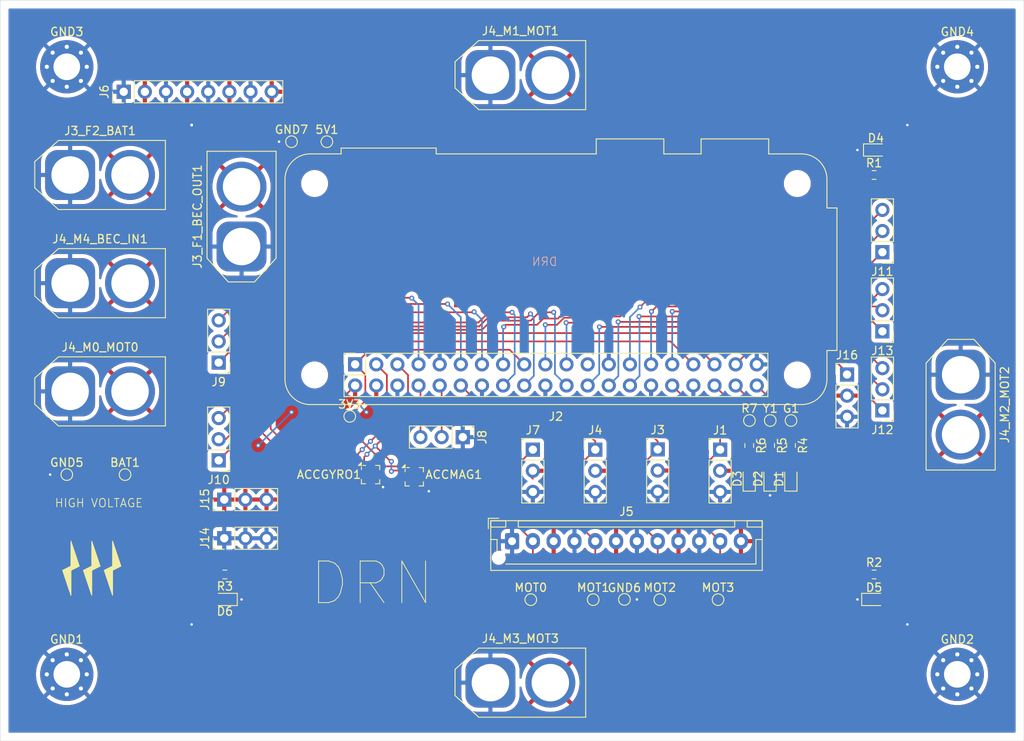
<source format=kicad_pcb>
(kicad_pcb (version 20240108) (generator "pcbnew") (generator_version "8.0")
  (layers (0 "F.Cu" signal) (31 "B.Cu" signal) (34 "B.Paste" user) (35 "F.Paste" user) (36 "B.SilkS" user "B.Silkscreen") (37 "F.SilkS" user "F.Silkscreen") (38 "B.Mask" user) (39 "F.Mask" user) (44 "Edge.Cuts" user))
  (net 0 "")
  (net 1 "Net-(ACCGYRO1-SCL{slash}SPC)")
  (net 6 "/3.3")
  (net 8 "Net-(ACCGYRO1-SDA{slash}SDI{slash}SDO)")
  (net 10 "/GND")
  (net 17 "Net-(D1-A)")
  (net 18 "Net-(D2-A)")
  (net 19 "Net-(D3-A)")
  (net 20 "Net-(D4-A)")
  (net 21 "Net-(D5-A)")
  (net 22 "Net-(D6-A)")
  (net 23 "Net-(J1-Pin_1)")
  (net 24 "/5V")
  (net 25 "Net-(J10-Pin_3)")
  (net 26 "Net-(J10-Pin_1)")
  (net 27 "Net-(J2-GPIO19{slash}MISO1)")
  (net 28 "Net-(J13-Pin_2)")
  (net 29 "Net-(J2-GPIO17)")
  (net 30 "Net-(J11-Pin_2)")
  (net 31 "Net-(J2-PWM1{slash}GPIO13)")
  (net 32 "Net-(J13-Pin_1)")
  (net 33 "Net-(J12-Pin_2)")
  (net 34 "Net-(J10-Pin_2)")
  (net 35 "Net-(J12-Pin_3)")
  (net 36 "Net-(J12-Pin_1)")
  (net 37 "Net-(J11-Pin_1)")
  (net 38 "/11.1")
  (net 39 "Net-(J2-GPIO18{slash}PWM0)")
  (net 41 "Net-(J2-GPIO20{slash}MOSI1)")
  (net 42 "Net-(J13-Pin_3)")
  (net 43 "Net-(J2-GPIO16)")
  (net 44 "Net-(J11-Pin_3)")
  (net 45 "Net-(J2-GPIO21{slash}SCLK1)")
  (net 46 "Net-(J2-GPIO14{slash}TXD)")
  (net 47 "Net-(J2-GPIO15{slash}RXD)")
  (net 48 "Net-(J16-Pin_1)")
  (net 49 "Net-(J2-GPIO27)")
  (net 50 "Net-(J2-GCLK0{slash}GPIO4)")
  (footprint "Connector_PinHeader_2.54mm:PinHeader_1x03_P2.54mm_Vertical" (layer "F.Cu") (at 165 56.275 180)
    (property "Reference" "J11")
    (property "Value" "Conn_01x03_Socket")
  )
  (footprint "Connector_PinHeader_2.54mm:PinHeader_1x03_P2.54mm_Vertical" (layer "F.Cu") (at 138 79.975)
    (property "Reference" "J3")
    (property "Value" "Conn_01x03_Socket")
  )
  (footprint "Connector_PinHeader_2.54mm:PinHeader_1x03_P2.54mm_Vertical" (layer "F.Cu") (at 85.25 81.29 180)
    (property "Reference" "J10")
    (property "Value" "Conn_01x03_Socket")
  )
  (footprint "LED_SMD:LED_0603_1608Metric" (layer "F.Cu") (at 149 83.5 90)
    (property "Reference" "D3")
    (property "Value" "LEDR")
  )
  (footprint "Connector_AMASS:AMASS_XT60-F_1x02_P7.20mm_Vertical" (layer "F.Cu") (at 67.4 47)
    (property "Reference" "J3_F2_BAT1")
    (property "Value" "Conn_01x02_Pin")
  )
  (footprint "Connector_AMASS:AMASS_XT60-F_1x02_P7.20mm_Vertical" (layer "F.Cu") (at 67.4 73)
    (property "Reference" "J4_M0_MOT0")
    (property "Value" "Conn_01x02_Pin")
  )
  (footprint "Connector_PinHeader_2.54mm:PinHeader_1x03_P2.54mm_Vertical" (layer "F.Cu") (at 145.5 80)
    (property "Reference" "J1")
    (property "Value" "Conn_01x03_Socket")
  )
  (footprint "TestPoint:TestPoint_Pad_D1.0mm" (layer "F.Cu") (at 134 98)
    (property "Reference" "GND6")
    (property "Value" "TestPoint")
  )
  (footprint "Connector_PinHeader_2.54mm:PinHeader_1x03_P2.54mm_Vertical" (layer "F.Cu") (at 165 65.79 180)
    (property "Reference" "J13")
    (property "Value" "Conn_01x03_Socket")
  )
  (footprint "Connector_AMASS:AMASS_XT60-F_1x02_P7.20mm_Vertical" (layer "F.Cu") (at 117.9 108)
    (property "Reference" "J4_M3_MOT3")
    (property "Value" "Conn_01x02_Pin")
  )
  (footprint "Connector_PinHeader_2.54mm:PinHeader_1x03_P2.54mm_Vertical" (layer "F.Cu") (at 165 75.29 180)
    (property "Reference" "J12")
    (property "Value" "Conn_01x03_Socket")
  )
  (footprint "Package_LGA:LGA-12_2x2mm_P0.5mm" (layer "F.Cu") (at 108.75 83.2625)
    (property "Reference" "ACCMAG1")
    (property "Value" "LSM303")
  )
  (footprint "LED_SMD:LED_0603_1608Metric" (layer "F.Cu") (at 154 83.5 90)
    (property "Reference" "D1")
    (property "Value" "LEDG")
  )
  (footprint "LED_SMD:LED_0603_1608Metric" (layer "F.Cu") (at 164 98)
    (property "Reference" "D5")
    (property "Value" "LEDI")
  )
  (footprint "TestPoint:TestPoint_Pad_D1.0mm" (layer "F.Cu") (at 145.25 98.025)
    (property "Reference" "MOT3")
    (property "Value" "TestPoint")
  )
  (footprint "Connector_PinHeader_2.54mm:PinHeader_1x03_P2.54mm_Vertical" (layer "F.Cu") (at 85.92 86 90)
    (property "Reference" "J15")
    (property "Value" "Conn_01x03_Socket")
  )
  (footprint "Connector_PinHeader_2.54mm:PinHeader_1x03_P2.54mm_Vertical" (layer "F.Cu") (at 130.5 80)
    (property "Reference" "J4")
    (property "Value" "Conn_01x03_Socket")
  )
  (footprint "TestPoint:TestPoint_Pad_D1.0mm" (layer "F.Cu") (at 67 83)
    (property "Reference" "GND5")
    (property "Value" "TestPoint")
  )
  (footprint "TestPoint:TestPoint_Pad_D1.0mm" (layer "F.Cu") (at 151.52 76.5)
    (property "Reference" "Y1")
    (property "Value" "TestPoint")
  )
  (footprint "TestPoint:TestPoint_Pad_D1.0mm" (layer "F.Cu") (at 130.25 98.025)
    (property "Reference" "MOT1")
    (property "Value" "TestPoint")
  )
  (footprint "Resistor_SMD:R_0603_1608Metric" (layer "F.Cu") (at 86 95 180)
    (property "Reference" "R3")
    (property "Value" "130")
  )
  (footprint "TestPoint:TestPoint_Pad_D1.0mm" (layer "F.Cu") (at 94 43)
    (property "Reference" "GND7")
    (property "Value" "TestPoint")
  )
  (footprint "TestPoint:TestPoint_Pad_D1.0mm" (layer "F.Cu") (at 138.25 98.025)
    (property "Reference" "MOT2")
    (property "Value" "TestPoint")
  )
  (footprint "Resistor_SMD:R_0603_1608Metric" (layer "F.Cu") (at 164 47)
    (property "Reference" "R1")
    (property "Value" "130")
  )
  (footprint "Connector_AMASS:AMASS_XT60-F_1x02_P7.20mm_Vertical" (layer "F.Cu") (at 67.4 60)
    (property "Reference" "J4_M4_BEC_IN1")
    (property "Value" "Conn_01x02_Pin")
  )
  (footprint "TestPoint:TestPoint_Pad_D1.0mm" (layer "F.Cu") (at 149.02 76.5)
    (property "Reference" "R7")
    (property "Value" "TestPoint")
  )
  (footprint "MountingHole:MountingHole_3.2mm_M3_Pad_Via" (layer "F.Cu") (at 174 107)
    (property "Reference" "GND2")
    (property "Value" "MountingHole_Pad")
  )
  (footprint "Connector_PinHeader_2.54mm:PinHeader_1x03_P2.54mm_Vertical" (layer "F.Cu") (at 114.58 78.5 -90)
    (property "Reference" "J8")
    (property "Value" "Conn_01x03_Socket")
  )
  (footprint "TestPoint:TestPoint_Pad_D1.0mm" (layer "F.Cu") (at 101 76)
    (property "Reference" "3V3")
    (property "Value" "TestPoint")
  )
  (footprint "LED_SMD:LED_0603_1608Metric" (layer "F.Cu") (at 164.2125 44)
    (property "Reference" "D4")
    (property "Value" "LEDI")
  )
  (footprint "MountingHole:MountingHole_3.2mm_M3_Pad_Via" (layer "F.Cu") (at 67 107)
    (property "Reference" "GND1")
    (property "Value" "MountingHole_Pad")
  )
  (footprint "Connector_JST:JST_XH_B12B-XH-AM_1x12_P2.50mm_Vertical" (layer "F.Cu") (at 120.5 91)
    (property "Reference" "J5")
    (property "Value" "Conn_01x12_Socket")
  )
  (footprint "TestPoint:TestPoint_Pad_D1.0mm" (layer "F.Cu") (at 98.25 43)
    (property "Reference" "5V1")
    (property "Value" "TestPoint")
  )
  (footprint "Resistor_SMD:R_0603_1608Metric" (layer "F.Cu") (at 164 95)
    (property "Reference" "R2")
    (property "Value" "130")
  )
  (footprint "Connector_PinHeader_2.54mm:PinHeader_1x08_P2.54mm_Vertical" (layer "F.Cu") (at 73.84 37 90)
    (property "Reference" "J6")
    (property "Value" "Conn_01x08_Socket")
  )
  (footprint "Connector_PinHeader_2.54mm:PinHeader_1x03_P2.54mm_Vertical" (layer "F.Cu") (at 160.75 70.975)
    (property "Reference" "J16")
    (property "Value" "Conn_01x03_Socket")
  )
  (footprint "Connector_PinHeader_2.54mm:PinHeader_1x03_P2.54mm_Vertical" (layer "F.Cu") (at 85.25 69.54 180)
    (property "Reference" "J9")
    (property "Value" "Conn_01x03_Socket")
  )
  (footprint "Connector_AMASS:AMASS_XT60-F_1x02_P7.20mm_Vertical" (layer "F.Cu") (at 174.4 71 -90)
    (property "Reference" "J4_M2_MOT2")
    (property "Value" "Conn_01x02_Pin")
  )
  (footprint "TestPoint:TestPoint_Pad_D1.0mm" (layer "F.Cu") (at 154.02 76.5)
    (property "Reference" "G1")
    (property "Value" "TestPoint")
  )
  (footprint "MountingHole:MountingHole_3.2mm_M3_Pad_Via" (layer "F.Cu") (at 67 34)
    (property "Reference" "GND3")
    (property "Value" "MountingHole_Pad")
  )
  (footprint "TestPoint:TestPoint_Pad_D1.0mm" (layer "F.Cu") (at 122.75 98.025)
    (property "Reference" "MOT0")
    (property "Value" "TestPoint")
  )
  (footprint "LED_SMD:LED_0603_1608Metric" (layer "F.Cu") (at 86 98 180)
    (property "Reference" "D6")
    (property "Value" "LEDI")
  )
  (footprint "Connector_AMASS:AMASS_XT60-F_1x02_P7.20mm_Vertical" (layer "F.Cu") (at 88 55.6 90)
    (property "Reference" "J3_F1_BEC_OUT1")
    (property "Value" "Conn_01x02_Pin")
  )
  (footprint "Connector_PinHeader_2.54mm:PinHeader_1x03_P2.54mm_Vertical" (layer "F.Cu") (at 123 80)
    (property "Reference" "J7")
    (property "Value" "Conn_01x03_Socket")
  )
  (footprint "Module:Raspberry_Pi_Zero_Socketed_THT_FaceDown_MountingHoles" (layer "F.Cu") (at 101.645 69.755 90)
    (property "Reference" "J2")
    (property "Value" "Raspberry_Pi_2_3")
  )
  (footprint "Connector_PinHeader_2.54mm:PinHeader_1x03_P2.54mm_Vertical" (layer "F.Cu") (at 85.92 90.65 90)
    (property "Reference" "J14")
    (property "Value" "Conn_01x03_Socket")
  )
  (footprint "Package_LGA:LGA-12_2x2mm_P0.5mm" (layer "F.Cu") (at 103.5 83)
    (property "Reference" "ACCGYRO1")
    (property "Value" "LSM6")
  )
  (footprint "TestPoint:TestPoint_Pad_D1.0mm" (layer "F.Cu") (at 74 83)
    (property "Reference" "BAT1")
    (property "Value" "TestPoint")
  )
  (footprint "LED_SMD:LED_0603_1608Metric" (layer "F.Cu") (at 151.5 83.5 90)
    (property "Reference" "D2")
    (property "Value" "LEDY")
  )
  (footprint "Resistor_SMD:R_0603_1608Metric" (layer "F.Cu") (at 154.02 79.5 -90)
    (property "Reference" "R4")
    (property "Value" "49.9")
  )
  (footprint "Resistor_SMD:R_0603_1608Metric" (layer "F.Cu") (at 151.51 79.5 -90)
    (property "Reference" "R5")
    (property "Value" "49.9")
  )
  (footprint "Connector_AMASS:AMASS_XT60-F_1x02_P7.20mm_Vertical" (layer "F.Cu") (at 117.9 35)
    (property "Reference" "J4_M1_MOT1")
    (property "Value" "Conn_01x02_Pin")
  )
  (footprint "MountingHole:MountingHole_3.2mm_M3_Pad_Via" (layer "F.Cu") (at 174 34)
    (property "Reference" "GND4")
    (property "Value" "MountingHole_Pad")
  )
  (footprint "Resistor_SMD:R_0603_1608Metric" (layer "F.Cu") (at 149 79.5 -90)
    (property "Reference" "R6")
    (property "Value" "49.9")
  )
  (gr_rect (start 82 41) (end 168 101) (stroke (width 0.2)) (fill none) (layer "F.Cu") (net 10))
  (gr_poly (pts (xy 72.5 91) (xy 73.5 94) (xy 72.5 94.5) (xy 72.5 97.5) (xy 71.5 94.5) (xy 72.5 94)) (stroke (width 0.1)) (fill solid) (layer "F.SilkS"))
  (gr_poly (pts (xy 70 91) (xy 71 94) (xy 70 94.5) (xy 70 97.5) (xy 69 94.5) (xy 70 94)) (stroke (width 0.1)) (fill solid) (layer "F.SilkS"))
  (gr_poly (pts (xy 67.5 91) (xy 68.5 94) (xy 67.5 94.5) (xy 67.5 97.5) (xy 66.5 94.5) (xy 67.5 94)) (stroke (width 0.1)) (fill solid) (layer "F.SilkS"))
  (gr_rect (start 59 26) (end 182 115) (stroke (width 0.05)) (fill none) (layer "Edge.Cuts"))
  (gr_text "DRN" (at 126 58 0) (layer "B.SilkS") (effects (font (size 1 1) (thickness 0.1)) (justify left bottom mirror)))
  (gr_text "HIGH VOLTAGE" (at 65.5 87 0) (layer "F.SilkS") (effects (font (size 1 1) (thickness 0.1)) (justify left bottom)))
  (gr_text "DRN" (at 96 99 0) (layer "F.SilkS") (effects (font (size 5 5) (thickness 0.1)) (justify left bottom)))
  (segment (start 106.1 82.5125) (end 107.9875 82.5125) (width 0.2) (layer "F.Cu") (net 1))
  (segment (start 104.065687 79.565687) (end 105.9125 81.4125) (width 0.2) (layer "F.Cu") (net 1))
  (segment (start 105.9125 81.4125) (end 106 81.4125) (width 0.2) (layer "F.Cu") (net 1))
  (segment (start 108 75.631374) (end 104.065687 79.565687) (width 0.2) (layer "F.Cu") (net 1))
  (segment (start 102.7375 80.893874) (end 102.7375 82.25) (width 0.2) (layer "F.Cu") (net 1))
  (segment (start 103.065687 80.565687) (end 102.7375 80.893874) (width 0.2) (layer "F.Cu") (net 1))
  (segment (start 108 71.03) (end 108 75.631374) (width 0.2) (layer "F.Cu") (net 1))
  (segment (start 106 82.6125) (end 106.1 82.5125) (width 0.2) (layer "F.Cu") (net 1))
  (segment (start 106.725 69.755) (end 108 71.03) (width 0.2) (layer "F.Cu") (net 1))
  (via (at 106 81.4125) (size 0.6) (drill 0.3) (layers "F.Cu" "B.Cu") (net 1))
  (via (at 106 82.6125) (size 0.6) (drill 0.3) (layers "F.Cu" "B.Cu") (net 1))
  (via (at 104.065687 79.565687) (size 0.6) (drill 0.3) (layers "F.Cu" "B.Cu") (net 1))
  (via (at 103.065687 80.565687) (size 0.6) (drill 0.3) (layers "F.Cu" "B.Cu") (net 1))
  (segment (start 106 81.4125) (end 106 82.6125) (width 0.2) (layer "B.Cu") (net 1))
  (segment (start 104.065687 79.565687) (end 103.065687 80.565687) (width 0.2) (layer "B.Cu") (net 1))
  (segment (start 102.87 70.98) (end 102.87 74.13) (width 0.2) (layer "F.Cu") (net 6))
  (segment (start 104.2625 82.75) (end 104.2625 82.25) (width 0.2) (layer "F.Cu") (net 6))
  (segment (start 109.475 82.0125) (end 109.5125 82.05) (width 0.2) (layer "F.Cu") (net 6))
  (segment (start 104.2625 80.7625) (end 104.2625 82.25) (width 0.2) (layer "F.Cu") (net 6))
  (segment (start 105 82.0125) (end 109.475 82.0125) (width 0.2) (layer "F.Cu") (net 6))
  (segment (start 101.645 69.755) (end 102.87 70.98) (width 0.2) (layer "F.Cu") (net 6))
  (segment (start 101 76) (end 101 77.5) (width 0.2) (layer "F.Cu") (net 6))
  (segment (start 109.5125 83.0125) (end 109.5125 82.5125) (width 0.2) (layer "F.Cu") (net 6))
  (segment (start 109.5125 82.05) (end 109.5125 82.5125) (width 0.2) (layer "F.Cu") (net 6))
  (segment (start 104.2625 82.75) (end 105 82.0125) (width 0.2) (layer "F.Cu") (net 6))
  (segment (start 102.87 74.13) (end 101 76) (width 0.2) (layer "F.Cu") (net 6))
  (segment (start 101 77.5) (end 104.2625 80.7625) (width 0.2) (layer "F.Cu") (net 6))
  (segment (start 103.4 68) (end 120.21 68) (width 0.2) (layer "F.Cu") (net 6))
  (segment (start 120.21 68) (end 121.965 69.755) (width 0.2) (layer "F.Cu") (net 6))
  (segment (start 101.645 69.755) (end 103.4 68) (width 0.2) (layer "F.Cu") (net 6))
  (segment (start 102.7375 84.2125) (end 103.625 85.1) (width 0.2) (layer "F.Cu") (net 8))
  (segment (start 102.7375 83.75) (end 102.7375 84.2125) (width 0.2) (layer "F.Cu") (net 8))
  (segment (start 102 80.5) (end 102.5 80) (width 0.2) (layer "F.Cu") (net 8))
  (segment (start 103.625 85.1) (end 106.9 85.1) (width 0.2) (layer "F.Cu") (net 8))
  (segment (start 105.46 71.03) (end 104.185 69.755) (width 0.2) (layer "F.Cu") (net 8))
  (segment (start 102.7375 83.75) (end 102.275 83.75) (width 0.2) (layer "F.Cu") (net 8))
  (segment (start 106.9 85.1) (end 107.9875 84.0125) (width 0.2) (layer "F.Cu") (net 8))
  (segment (start 102.275 83.75) (end 102 83.475) (width 0.2) (layer "F.Cu") (net 8))
  (segment (start 105.46 77.04) (end 105.46 71.03) (width 0.2) (layer "F.Cu") (net 8))
  (segment (start 102 83.475) (end 102 80.5) (width 0.2) (layer "F.Cu") (net 8))
  (segment (start 103.5 79) (end 105.46 77.04) (width 0.2) (layer "F.Cu") (net 8))
  (via (at 102.5 80) (size 0.6) (drill 0.3) (layers "F.Cu" "B.Cu") (net 8))
  (via (at 103.5 79) (size 0.6) (drill 0.3) (layers "F.Cu" "B.Cu") (net 8))
  (segment (start 102.5 80) (end 103.5 79) (width 0.2) (layer "B.Cu") (net 8))
  (segment (start 110.5 85) (end 110.5 84.0375) (width 0.2) (layer "F.Cu") (net 10))
  (segment (start 105 84.5) (end 105 83.525) (width 0.2) (layer "F.Cu") (net 10))
  (segment (start 94 43) (end 92.5 43) (width 0.2) (layer "F.Cu") (net 10))
  (segment (start 109.5375 85) (end 109 84.4625) (width 0.2) (layer "F.Cu") (net 10))
  (segment (start 110.5 85) (end 109.5375 85) (width 0.2) (layer "F.Cu") (net 10))
  (segment (start 105 84.5) (end 104.05 84.5) (width 0.2) (layer "F.Cu") (net 10))
  (segment (start 152.7125 84.2875) (end 154.02 84.2875) (width 0.2) (layer "F.Cu") (net 10))
  (segment (start 151.5 84.2875) (end 151.5 85.5) (width 0.2) (layer "F.Cu") (net 10))
  (segment (start 67 83) (end 65 83) (width 0.2) (layer "F.Cu") (net 10))
  (segment (start 150.2875 84.2875) (end 151.5 85.5) (width 0.2) (layer "F.Cu") (net 10))
  (segment (start 103.75 84.2) (end 103.75 83.7625) (width 0.2) (layer "F.Cu") (net 10))
  (segment (start 151.5 85.5) (end 152.7125 84.2875) (width 0.2) (layer "F.Cu") (net 10))
  (segment (start 163.2125 98) (end 162 98) (width 0.2) (layer "F.Cu") (net 10))
  (segment (start 149.02 84.2875) (end 150.2875 84.2875) (width 0.2) (layer "F.Cu") (net 10))
  (segment (start 86.575 98) (end 88 98) (width 0.2) (layer "F.Cu") (net 10))
  (segment (start 109 84.4625) (end 109 84.025) (width 0.2) (layer "F.Cu") (net 10))
  (segment (start 104.725 83.25) (end 104.2625 83.25) (width 0.2) (layer "F.Cu") (net 10))
  (segment (start 109.975 83.5125) (end 109.5125 83.5125) (width 0.2) (layer "F.Cu") (net 10))
  (segment (start 104.05 84.5) (end 103.75 84.2) (width 0.2) (layer "F.Cu") (net 10))
  (segment (start 110.5 84.0375) (end 109.975 83.5125) (width 0.2) (layer "F.Cu") (net 10))
  (segment (start 163.2125 44) (end 162 44) (width 0.2) (layer "F.Cu") (net 10))
  (segment (start 105 83.525) (end 104.725 83.25) (width 0.2) (layer "F.Cu") (net 10))
  (segment (start 134 98) (end 135.5 98) (width 0.2) (layer "F.Cu") (net 10))
  (via (at 168 101) (size 0.6) (drill 0.3) (layers "F.Cu" "B.Cu") (net 10))
  (via (at 82 41) (size 0.6) (drill 0.3) (layers "F.Cu" "B.Cu") (net 10))
  (via (at 168 41) (size 0.6) (drill 0.3) (layers "F.Cu" "B.Cu") (net 10))
  (via (at 105 84.5) (size 0.6) (drill 0.3) (layers "F.Cu" "B.Cu") (net 10))
  (via (at 88 98) (size 0.6) (drill 0.3) (layers "F.Cu" "B.Cu") (net 10))
  (via (at 82 41) (size 0.6) (drill 0.3) (layers "F.Cu" "B.Cu") (net 10))
  (via (at 82 101) (size 0.6) (drill 0.3) (layers "F.Cu" "B.Cu") (net 10))
  (via (at 151.5 85.5) (size 0.6) (drill 0.3) (layers "F.Cu" "B.Cu") (net 10))
  (via (at 65 83) (size 0.6) (drill 0.3) (layers "F.Cu" "B.Cu") (net 10))
  (via (at 82 41) (size 0.6) (drill 0.3) (layers "F.Cu" "B.Cu") (net 10))
  (via (at 82 41) (size 0.6) (drill 0.3) (layers "F.Cu" "B.Cu") (net 10))
  (via (at 82 41) (size 0.6) (drill 0.3) (layers "F.Cu" "B.Cu") (net 10))
  (via (at 92.5 43) (size 0.6) (drill 0.3) (layers "F.Cu" "B.Cu") (net 10))
  (via (at 110.5 85) (size 0.6) (drill 0.3) (layers "F.Cu" "B.Cu") (net 10))
  (via (at 82 41) (size 0.6) (drill 0.3) (layers "F.Cu" "B.Cu") (net 10))
  (via (at 135.5 98) (size 0.6) (drill 0.3) (layers "F.Cu" "B.Cu") (net 10))
  (via (at 162 44) (size 0.6) (drill 0.3) (layers "F.Cu" "B.Cu") (net 10))
  (via (at 162 98) (size 0.6) (drill 0.3) (layers "F.Cu" "B.Cu") (net 10))
  (segment (start 154.02 80.325) (end 154.02 82.7125) (width 0.2) (layer "F.Cu") (net 17))
  (segment (start 151.51 82.7025) (end 151.5 82.7125) (width 0.2) (layer "F.Cu") (net 18))
  (segment (start 151.51 82.6125) (end 151.61 82.7125) (width 0.2) (layer "F.Cu") (net 18))
  (segment (start 151.51 80.325) (end 151.51 82.7025) (width 0.2) (layer "F.Cu") (net 18))
  (segment (start 149 82.6925) (end 149.02 82.7125) (width 0.2) (layer "F.Cu") (net 19))
  (segment (start 149 80.325) (end 149 82.6925) (width 0.2) (layer "F.Cu") (net 19))
  (segment (start 164.825 47) (end 164.825 44.0375) (width 0.2) (layer "F.Cu") (net 20))
  (segment (start 164.825 44.0375) (end 164.7875 44) (width 0.2) (layer "F.Cu") (net 20))
  (segment (start 164.825 97.9625) (end 164.7875 98) (width 0.2) (layer "F.Cu") (net 21))
  (segment (start 164.825 95) (end 164.825 97.9625) (width 0.2) (layer "F.Cu") (net 21))
  (segment (start 85.2125 98) (end 85.2125 95.0375) (width 0.2) (layer "F.Cu") (net 22))
  (segment (start 85.2125 95.0375) (end 85.175 95) (width 0.2) (layer "F.Cu") (net 22))
  (segment (start 145.5 78.05) (end 145.5 80) (width 0.2) (layer "F.Cu") (net 23))
  (segment (start 145.5 80) (end 144 81.5) (width 0.2) (layer "F.Cu") (net 23))
  (segment (start 139.745 72.295) (end 145.5 78.05) (width 0.2) (layer "F.Cu") (net 23))
  (segment (start 145.5 91) (end 145.5 97.775) (width 0.2) (layer "F.Cu") (net 23))
  (segment (start 144 81.5) (end 144 89.5) (width 0.2) (layer "F.Cu") (net 23))
  (segment (start 145.5 97.775) (end 145.25 98.025) (width 0.2) (layer "F.Cu") (net 23))
  (segment (start 144 89.5) (end 145.5 91) (width 0.2) (layer "F.Cu") (net 23))
  (segment (start 122.75 83.025) (end 122.75 83.25) (width 0.2) (layer "F.Cu") (net 24))
  (segment (start 101.645 72.295) (end 99.97 73.97) (width 0.2) (layer "F.Cu") (net 24))
  (segment (start 100.5 74.5) (end 101 74.5) (width 0.2) (layer "F.Cu") (net 24))
  (segment (start 94 75.5) (end 98.44 75.5) (width 0.2) (layer "F.Cu") (net 24))
  (segment (start 122.75 82.4) (end 122.75 83.025) (width 0.2) (layer "F.Cu") (net 24))
  (segment (start 98.44 75.5) (end 99.97 73.97) (width 0.2) (layer "F.Cu") (net 24))
  (segment (start 137.75 82.4) (end 137.75 83.025) (width 0.2) (layer "F.Cu") (net 24))
  (segment (start 130.25 82.4) (end 130.25 83.025) (width 0.2) (layer "F.Cu") (net 24))
  (segment (start 99.97 73.97) (end 100.5 74.5) (width 0.2) (layer "F.Cu") (net 24))
  (segment (start 122.75 83.25) (end 123 83.5) (width 0.2) (layer "F.Cu") (net 24))
  (via (at 90 79.5) (size 0.6) (drill 0.3) (layers "F.Cu" "B.Cu") (net 24))
  (via (at 103 75.5) (size 0.6) (drill 0.3) (layers "F.Cu" "B.Cu") (net 24))
  (via (at 94 75.5) (size 0.6) (drill 0.3) (layers "F.Cu" "B.Cu") (net 24))
  (via (at 101 74.5) (size 0.6) (drill 0.3) (layers "F.Cu" "B.Cu") (net 24))
  (segment (start 102 74.5) (end 103 75.5) (width 0.2) (layer "B.Cu") (net 24))
  (segment (start 101 74.5) (end 102 74.5) (width 0.2) (layer "B.Cu") (net 24))
  (segment (start 94 75.5) (end 90 79.5) (width 0.2) (layer "B.Cu") (net 24))
  (segment (start 89.25 68.5) (end 89 68.75) (width 0.2) (layer "F.Cu") (net 25))
  (segment (start 89 68.75) (end 89 72.46) (width 0.2) (layer "F.Cu") (net 25))
  (segment (start 89 72.46) (end 85.25 76.21) (width 0.2) (layer "F.Cu") (net 25))
  (segment (start 117.684314 63.5) (end 116.467157 64.717157) (width 0.2) (layer "F.Cu") (net 25))
  (segment (start 89.302943 68.5) (end 89.25 68.5) (width 0.2) (layer "F.Cu") (net 25))
  (segment (start 93.085786 64.717157) (end 89.302943 68.5) (width 0.2) (layer "F.Cu") (net 25))
  (segment (start 120.5 63.5) (end 117.684314 63.5) (width 0.2) (layer "F.Cu") (net 25))
  (segment (start 116.467157 64.717157) (end 93.085786 64.717157) (width 0.2) (layer "F.Cu") (net 25))
  (via (at 120.5 63.5) (size 0.6) (drill 0.3) (layers "F.Cu" "B.Cu") (net 25))
  (segment (start 119.425 72.295) (end 120.815 70.905) (width 0.2) (layer "B.Cu") (net 25))
  (segment (start 120.815 63.815) (end 120.5 63.5) (width 0.2) (layer "B.Cu") (net 25))
  (segment (start 120.815 70.905) (end 120.815 63.815) (width 0.2) (layer "B.Cu") (net 25))
  (segment (start 90 76.54) (end 85.25 81.29) (width 0.2) (layer "F.Cu") (net 26))
  (segment (start 93.334314 65.6) (end 116.9 65.6) (width 0.2) (layer "F.Cu") (net 26))
  (segment (start 122.75 64.5) (end 123.75 63.5) (width 0.2) (layer "F.Cu") (net 26))
  (segment (start 118 64.5) (end 122.75 64.5) (width 0.2) (layer "F.Cu") (net 26))
  (segment (start 123.75 63.5) (end 125.5 63.5) (width 0.2) (layer "F.Cu") (net 26))
  (segment (start 116.9 65.6) (end 118 64.5) (width 0.2) (layer "F.Cu") (net 26))
  (segment (start 90 68.934314) (end 93.334314 65.6) (width 0.2) (layer "F.Cu") (net 26))
  (segment (start 90 76) (end 90 76.54) (width 0.2) (layer "F.Cu") (net 26))
  (segment (start 90 76) (end 90 68.934314) (width 0.2) (layer "F.Cu") (net 26))
  (via (at 125.5 63.5) (size 0.6) (drill 0.3) (layers "F.Cu" "B.Cu") (net 26))
  (segment (start 125.655 70.905) (end 125.655 63.655) (width 0.2) (layer "B.Cu") (net 26))
  (segment (start 125.655 63.655) (end 125.5 63.5) (width 0.2) (layer "B.Cu") (net 26))
  (segment (start 127.045 72.295) (end 125.655 70.905) (width 0.2) (layer "B.Cu") (net 26))
  (segment (start 121.85 81.15) (end 121.5 81.5) (width 0.2) (layer "F.Cu") (net 27))
  (segment (start 121.5 81.5) (end 121.5 89.5) (width 0.2) (layer "F.Cu") (net 27))
  (segment (start 141.07 66) (end 93.5 66) (width 0.2) (layer "F.Cu") (net 27))
  (segment (start 111.5 89.5) (end 119.5 81.5) (width 0.2) (layer "F.Cu") (net 27))
  (segment (start 90.5 78) (end 102 89.5) (width 0.2) (layer "F.Cu") (net 27))
  (segment (start 121.5 89.5) (end 123 91) (width 0.2) (layer "F.Cu") (net 27))
  (segment (start 119.5 81.5) (end 121.5 81.5) (width 0.2) (layer "F.Cu") (net 27))
  (segment (start 93.5 66) (end 90.5 69) (width 0.2) (layer "F.Cu") (net 27))
  (segment (start 123 97.775) (end 122.75 98.025) (width 0.2) (layer "F.Cu") (net 27))
  (segment (start 102 89.5) (end 111.5 89.5) (width 0.2) (layer "F.Cu") (net 27))
  (segment (start 90.5 69) (end 90.5 78) (width 0.2) (layer "F.Cu") (net 27))
  (segment (start 123 91) (end 123 97.775) (width 0.2) (layer "F.Cu") (net 27))
  (segment (start 144.825 69.755) (end 141.07 66) (width 0.2) (layer "F.Cu") (net 27))
  (segment (start 123 80) (end 121.85 81.15) (width 0.2) (layer "F.Cu") (net 27))
  (segment (start 164.55 62.8) (end 165 63.25) (width 0.2) (layer "F.Cu") (net 28))
  (segment (start 137.25 63.4) (end 137.85 62.8) (width 0.2) (layer "F.Cu") (net 28))
  (segment (start 137.85 62.8) (end 164.55 62.8) (width 0.2) (layer "F.Cu") (net 28))
  (via (at 137.25 63.4) (size 0.6) (drill 0.3) (layers "F.Cu" "B.Cu") (net 28))
  (segment (start 137.205 63.445) (end 137.25 63.4) (width 0.2) (layer "B.Cu") (net 28))
  (segment (start 137.205 69.755) (end 137.205 63.445) (width 0.2) (layer "B.Cu") (net 28))
  (segment (start 89.75 62.5) (end 85.25 67) (width 0.2) (layer "F.Cu") (net 29))
  (segment (start 112.75 62.5) (end 89.75 62.5) (width 0.2) (layer "F.Cu") (net 29))
  (via (at 112.75 62.5) (size 0.6) (drill 0.3) (layers "F.Cu" "B.Cu") (net 29))
  (segment (start 112.75 62.5) (end 114.345 64.095) (width 0.2) (layer "B.Cu") (net 29))
  (segment (start 114.345 64.095) (end 114.345 69.755) (width 0.2) (layer "B.Cu") (net 29))
  (segment (start 136 60.75) (end 157.985 60.75) (width 0.2) (layer "F.Cu") (net 30))
  (segment (start 129.6 64.15) (end 130.25 63.5) (width 0.2) (layer "F.Cu") (net 30))
  (segment (start 157.985 60.75) (end 165 53.735) (width 0.2) (layer "F.Cu") (net 30))
  (segment (start 124.5 65) (end 125.901471 65) (width 0.2) (layer "F.Cu") (net 30))
  (segment (start 133.25 63.5) (end 136 60.75) (width 0.2) (layer "F.Cu") (net 30))
  (segment (start 130.25 63.5) (end 133.25 63.5) (width 0.2) (layer "F.Cu") (net 30))
  (segment (start 126.751471 64.15) (end 129.6 64.15) (width 0.2) (layer "F.Cu") (net 30))
  (segment (start 125.901471 65) (end 126.751471 64.15) (width 0.2) (layer "F.Cu") (net 30))
  (via (at 124.5 65) (size 0.6) (drill 0.3) (layers "F.Cu" "B.Cu") (net 30))
  (segment (start 124.505 69.755) (end 124.505 65.005) (width 0.2) (layer "B.Cu") (net 30))
  (segment (start 124.505 65.005) (end 124.5 65) (width 0.2) (layer "B.Cu") (net 30))
  (segment (start 102.5 88.5) (end 111 88.5) (width 0.2) (layer "F.Cu") (net 31))
  (segment (start 129 89.5) (end 130.5 91) (width 0.2) (layer "F.Cu") (net 31))
  (segment (start 130.5 79) (end 130.5 80) (width 0.2) (layer "F.Cu") (net 31))
  (segment (start 130.5 80) (end 129 81.5) (width 0.2) (layer "F.Cu") (net 31))
  (segment (start 121.5 78) (end 129.5 78) (width 0.2) (layer "F.Cu") (net 31))
  (segment (start 94 67) (end 91.5 69.5) (width 0.2) (layer "F.Cu") (net 31))
  (segment (start 139.53 67) (end 94 67) (width 0.2) (layer "F.Cu") (net 31))
  (segment (start 142.285 69.755) (end 139.53 67) (width 0.2) (layer "F.Cu") (net 31))
  (segment (start 130.5 97.775) (end 130.25 98.025) (width 0.2) (layer "F.Cu") (net 31))
  (segment (start 129 81.5) (end 129 89.5) (width 0.2) (layer "F.Cu") (net 31))
  (segment (start 91.5 77.5) (end 102.5 88.5) (width 0.2) (layer "F.Cu") (net 31))
  (segment (start 111 88.5) (end 121.5 78) (width 0.2) (layer "F.Cu") (net 31))
  (segment (start 129.5 78) (end 130.5 79) (width 0.2) (layer "F.Cu") (net 31))
  (segment (start 91.5 69.5) (end 91.5 77.5) (width 0.2) (layer "F.Cu") (net 31))
  (segment (start 130.5 91) (end 130.5 97.775) (width 0.2) (layer "F.Cu") (net 31))
  (segment (start 139.75 63.4) (end 162.61 63.4) (width 0.2) (layer "F.Cu") (net 32))
  (segment (start 162.61 63.4) (end 165 65.79) (width 0.2) (layer "F.Cu") (net 32))
  (via (at 139.75 63.4) (size 0.6) (drill 0.3) (layers "F.Cu" "B.Cu") (net 32))
  (segment (start 139.745 69.755) (end 139.745 63.405) (width 0.2) (layer "B.Cu") (net 32))
  (segment (start 139.745 63.405) (end 139.75 63.4) (width 0.2) (layer "B.Cu") (net 32))
  (segment (start 133.25 64.65) (end 157.715686 64.65) (width 0.2) (layer "F.Cu") (net 33))
  (segment (start 157.715686 64.65) (end 162.75 69.684314) (width 0.2) (layer "F.Cu") (net 33))
  (segment (start 162.75 69.684314) (end 162.75 70.5) (width 0.2) (layer "F.Cu") (net 33))
  (segment (start 162.75 70.5) (end 165 72.75) (width 0.2) (layer "F.Cu") (net 33))
  (via (at 133.25 64.65) (size 0.6) (drill 0.3) (layers "F.Cu" "B.Cu") (net 33))
  (segment (start 133.275 71.145) (end 133.275 64.675) (width 0.2) (layer "B.Cu") (net 33))
  (segment (start 133.275 64.675) (end 133.25 64.65) (width 0.2) (layer "B.Cu") (net 33))
  (segment (start 132.125 72.295) (end 133.275 71.145) (width 0.2) (layer "B.Cu") (net 33))
  (segment (start 122.30147 64.1) (end 117.65 64.1) (width 0.2) (layer "F.Cu") (net 34))
  (segment (start 86.098529 78.75) (end 85.25 78.75) (width 0.2) (layer "F.Cu") (net 34))
  (segment (start 122.710735 63.690735) (end 122.30147 64.1) (width 0.2) (layer "F.Cu") (net 34))
  (segment (start 89.6 75.248529) (end 86.098529 78.75) (width 0.2) (layer "F.Cu") (net 34))
  (segment (start 117.65 64.1) (end 116.55 65.2) (width 0.2) (layer "F.Cu") (net 34))
  (segment (start 93.168628 65.2) (end 89.6 68.768628) (width 0.2) (layer "F.Cu") (net 34))
  (segment (start 89.6 68.768628) (end 89.6 75.248529) (width 0.2) (layer "F.Cu") (net 34))
  (segment (start 116.55 65.2) (end 93.168628 65.2) (width 0.2) (layer "F.Cu") (net 34))
  (via (at 122.710735 63.690735) (size 0.6) (drill 0.3) (layers "F.Cu" "B.Cu") (net 34))
  (segment (start 123.115 71.145) (end 121.965 72.295) (width 0.2) (layer "B.Cu") (net 34))
  (segment (start 122.710735 63.690735) (end 123.115 64.095) (width 0.2) (layer "B.Cu") (net 34))
  (segment (start 123.115 64.095) (end 123.115 71.145) (width 0.2) (layer "B.Cu") (net 34))
  (segment (start 135.75 64) (end 158.79 64) (width 0.2) (layer "F.Cu") (net 35))
  (segment (start 158.79 64) (end 165 70.21) (width 0.2) (layer "F.Cu") (net 35))
  (via (at 135.75 64) (size 0.6) (drill 0.3) (layers "F.Cu" "B.Cu") (net 35))
  (segment (start 135.815 64.065) (end 135.75 64) (width 0.2) (layer "B.Cu") (net 35))
  (segment (start 134.665 72.295) (end 135.815 71.145) (width 0.2) (layer "B.Cu") (net 35))
  (segment (start 135.815 71.145) (end 135.815 64.065) (width 0.2) (layer "B.Cu") (net 35))
  (segment (start 162.25 72.54) (end 165 75.29) (width 0.2) (layer "F.Cu") (net 36))
  (segment (start 131 65.25) (end 157.75 65.25) (width 0.2) (layer "F.Cu") (net 36))
  (segment (start 162.25 69.75) (end 162.25 72.54) (width 0.2) (layer "F.Cu") (net 36))
  (segment (start 157.75 65.25) (end 162.25 69.75) (width 0.2) (layer "F.Cu") (net 36))
  (via (at 131 65.25) (size 0.6) (drill 0.3) (layers "F.Cu" "B.Cu") (net 36))
  (segment (start 130.975 65.275) (end 131 65.25) (width 0.2) (layer "B.Cu") (net 36))
  (segment (start 130.975 70.905) (end 130.975 65.275) (width 0.2) (layer "B.Cu") (net 36))
  (segment (start 129.585 72.295) (end 130.975 70.905) (width 0.2) (layer "B.Cu") (net 36))
  (segment (start 136.25 61.25) (end 160 61.25) (width 0.2) (layer "F.Cu") (net 37))
  (segment (start 130.5 64) (end 133.5 64) (width 0.2) (layer "F.Cu") (net 37))
  (segment (start 129.75 64.75) (end 130.5 64) (width 0.2) (layer "F.Cu") (net 37))
  (segment (start 127 64.75) (end 129.75 64.75) (width 0.2) (layer "F.Cu") (net 37))
  (segment (start 164.975 56.275) (end 165 56.275) (width 0.2) (layer "F.Cu") (net 37))
  (segment (start 133.5 64) (end 136.25 61.25) (width 0.2) (layer "F.Cu") (net 37))
  (segment (start 160 61.25) (end 164.975 56.275) (width 0.2) (layer "F.Cu") (net 37))
  (via (at 127 64.75) (size 0.6) (drill 0.3) (layers "F.Cu" "B.Cu") (net 37))
  (segment (start 127.045 64.795) (end 127 64.75) (width 0.2) (layer "B.Cu") (net 37))
  (segment (start 127.045 69.755) (end 127.045 64.795) (width 0.2) (layer "B.Cu") (net 37))
  (segment (start 138 79) (end 138 79.975) (width 0.2) (layer "F.Cu") (net 39))
  (segment (start 136.5 81.475) (end 136.5 89.5) (width 0.2) (layer "F.Cu") (net 39))
  (segment (start 117.55 75.5) (end 134.5 75.5) (width 0.2) (layer "F.Cu") (net 39))
  (segment (start 134.5 75.5) (end 138 79) (width 0.2) (layer "F.Cu") (net 39))
  (segment (start 138 91) (end 138 97.775) (width 0.2) (layer "F.Cu") (net 39))
  (segment (start 138 97.775) (end 138.25 98.025) (width 0.2) (layer "F.Cu") (net 39))
  (segment (start 138 79.975) (end 136.5 81.475) (width 0.2) (layer "F.Cu") (net 39))
  (segment (start 114.345 72.295) (end 117.55 75.5) (width 0.2) (layer "F.Cu") (net 39))
  (segment (start 136.5 89.5) (end 138 91) (width 0.2) (layer "F.Cu") (net 39))
  (segment (start 151.52 76.45) (end 151.52 76.5) (width 0.2) (layer "F.Cu") (net 41))
  (segment (start 147.365 72.295) (end 151.52 76.45) (width 0.2) (layer "F.Cu") (net 41))
  (segment (start 151.52 78.665) (end 151.51 78.675) (width 0.2) (layer "F.Cu") (net 41))
  (segment (start 151.52 76.5) (end 151.52 78.665) (width 0.2) (layer "F.Cu") (net 41))
  (segment (start 136.75 62) (end 163.71 62) (width 0.2) (layer "F.Cu") (net 42))
  (segment (start 163.71 62) (end 165 60.71) (width 0.2) (layer "F.Cu") (net 42))
  (segment (start 135.875 62.875) (end 136.75 62) (width 0.2) (layer "F.Cu") (net 42))
  (via (at 135.875 62.875) (size 0.6) (drill 0.3) (layers "F.Cu" "B.Cu") (net 42))
  (segment (start 134.665 64.085) (end 134.665 69.755) (width 0.2) (layer "B.Cu") (net 42))
  (segment (start 135.875 62.875) (end 134.665 64.085) (width 0.2) (layer "B.Cu") (net 42))
  (segment (start 149 76.47) (end 149 76.5) (width 0.2) (layer "F.Cu") (net 43))
  (segment (start 144.825 72.295) (end 149.02 76.49) (width 0.2) (layer "F.Cu") (net 43))
  (segment (start 149 78.675) (end 149 76.52) (width 0.2) (layer "F.Cu") (net 43))
  (segment (start 149 76.52) (end 149.02 76.5) (width 0.2) (layer "F.Cu") (net 43))
  (segment (start 149.02 76.49) (end 149.02 76.5) (width 0.2) (layer "F.Cu") (net 43))
  (segment (start 126 64.25) (end 126.5 63.75) (width 0.2) (layer "F.Cu") (net 44))
  (segment (start 130 63) (end 132.75 63) (width 0.2) (layer "F.Cu") (net 44))
  (segment (start 123.5 65) (end 124.25 64.25) (width 0.2) (layer "F.Cu") (net 44))
  (segment (start 135.5 60.25) (end 155.945 60.25) (width 0.2) (layer "F.Cu") (net 44))
  (segment (start 132.75 63) (end 135.5 60.25) (width 0.2) (layer "F.Cu") (net 44))
  (segment (start 119.5 65.25) (end 119.75 65) (width 0.2) (layer "F.Cu") (net 44))
  (segment (start 119.75 65) (end 123.5 65) (width 0.2) (layer "F.Cu") (net 44))
  (segment (start 129.25 63.75) (end 130 63) (width 0.2) (layer "F.Cu") (net 44))
  (segment (start 155.945 60.25) (end 165 51.195) (width 0.2) (layer "F.Cu") (net 44))
  (segment (start 124.25 64.25) (end 126 64.25) (width 0.2) (layer "F.Cu") (net 44))
  (segment (start 126.5 63.75) (end 129.25 63.75) (width 0.2) (layer "F.Cu") (net 44))
  (via (at 119.5 65.25) (size 0.6) (drill 0.3) (layers "F.Cu" "B.Cu") (net 44))
  (segment (start 119.425 69.755) (end 119.425 65.325) (width 0.2) (layer "B.Cu") (net 44))
  (segment (start 119.425 65.325) (end 119.5 65.25) (width 0.2) (layer "B.Cu") (net 44))
  (segment (start 149.905 72.295) (end 154.02 76.41) (width 0.2) (layer "F.Cu") (net 45))
  (segment (start 154.02 76.41) (end 154.02 76.5) (width 0.2) (layer "F.Cu") (net 45))
  (segment (start 154.02 76.5) (end 154.02 78.675) (width 0.2) (layer "F.Cu") (net 45))
  (segment (start 109.5 72.53) (end 109.265 72.295) (width 0.2) (layer "F.Cu") (net 46))
  (segment (start 109.5 78.5) (end 109.5 72.53) (width 0.2) (layer "F.Cu") (net 46))
  (segment (start 112.04 72.53) (end 111.805 72.295) (width 0.2) (layer "F.Cu") (net 47))
  (segment (start 112.04 78.5) (end 112.04 72.53) (width 0.2) (layer "F.Cu") (net 47))
  (segment (start 150.12 67) (end 147.365 69.755) (width 0.2) (layer "F.Cu") (net 48))
  (segment (start 160.75 70.75) (end 157 67) (width 0.2) (layer "F.Cu") (net 48))
  (segment (start 160.75 70.975) (end 160.75 70.75) (width 0.2) (layer "F.Cu") (net 48))
  (segment (start 157 67) (end 150.12 67) (width 0.2) (layer "F.Cu") (net 48))
  (segment (start 115.88 63.5) (end 91.29 63.5) (width 0.2) (layer "F.Cu") (net 49))
  (segment (start 91.29 63.5) (end 85.25 69.54) (width 0.2) (layer "F.Cu") (net 49))
  (segment (start 115.94 63.44) (end 115.88 63.5) (width 0.2) (layer "F.Cu") (net 49))
  (via (at 115.94 63.44) (size 0.6) (drill 0.3) (layers "F.Cu" "B.Cu") (net 49))
  (segment (start 115.94 63.44) (end 116.885 64.385) (width 0.2) (layer "B.Cu") (net 49))
  (segment (start 116.885 64.385) (end 116.885 69.755) (width 0.2) (layer "B.Cu") (net 49))
  (segment (start 87.96 61.75) (end 85.25 64.46) (width 0.2) (layer "F.Cu") (net 50))
  (segment (start 108.45 61.8) (end 108.4 61.75) (width 0.2) (layer "F.Cu") (net 50))
  (segment (start 108.4 61.75) (end 87.96 61.75) (width 0.2) (layer "F.Cu") (net 50))
  (via (at 108.45 61.8) (size 0.6) (drill 0.3) (layers "F.Cu" "B.Cu") (net 50))
  (segment (start 109.265 62.615) (end 109.265 69.755) (width 0.2) (layer "B.Cu") (net 50))
  (segment (start 108.45 61.8) (end 109.265 62.615) (width 0.2) (layer "B.Cu") (net 50))
  (zone (net 38) (net_name "/11.1") (layer "F.Cu") (priority 2) (connect_pads (clearance 0.5)) (min_thickness 0.25) (fill yes (thermal_gap 0.5) (thermal_bridge_width 0.5))
    (polygon (pts (xy 181 27) (xy 60 27) (xy 60 114) (xy 181 114) (xy 181 38) (xy 169 38) (xy 169 102) (xy 81 102) (xy 81 40) (xy 181 40)))
  )
  (zone (net 10) (net_name "/GND") (layer "F.Cu") (priority 3) (connect_pads (clearance 0.5)) (min_thickness 0.25) (fill yes (thermal_gap 0.5) (thermal_bridge_width 0.5))
    (polygon (pts (xy 155 67.5) (xy 151.5 69) (xy 151.5 73) (xy 155 74.5) (xy 158 73) (xy 158 69)))
  )
  (zone (net 24) (net_name "/5V") (layer "F.Cu") (priority 1) (connect_pads (clearance 0.5)) (min_thickness 0.25) (fill yes (thermal_gap 0.5) (thermal_bridge_width 0.5))
    (polygon (pts (xy 167 42) (xy 83 42) (xy 83 100) (xy 167 100)))
  )
  (zone (net 10) (net_name "/GND") (layer "F.Cu") (priority 3) (connect_pads (clearance 0.5)) (min_thickness 0.25) (fill yes (thermal_gap 0.5) (thermal_bridge_width 0.5))
    (polygon (pts (xy 97 44.5) (xy 93.5 46) (xy 93.5 50) (xy 97 51.5) (xy 100 50) (xy 100 46)))
  )
  (zone (net 10) (net_name "/GND") (layer "F.Cu") (priority 3) (connect_pads (clearance 0.5)) (min_thickness 0.25) (fill yes (thermal_gap 0.5) (thermal_bridge_width 0.5))
    (polygon (pts (xy 155 44.5) (xy 151.5 46) (xy 151.5 50) (xy 155 51.5) (xy 158 50) (xy 158 46)))
  )
  (zone (net 10) (net_name "/GND") (layer "F.Cu") (priority 3) (connect_pads (clearance 0.5)) (min_thickness 0.25) (fill yes (thermal_gap 0.5) (thermal_bridge_width 0.5))
    (polygon (pts (xy 97 67.5) (xy 93.5 69) (xy 93.5 73) (xy 97 74.5) (xy 100 73) (xy 100 69)))
  )
  (zone (net 10) (net_name "/GND") (layer "B.Cu") (connect_pads (clearance 0.5)) (min_thickness 0.25) (fill yes (thermal_gap 0.5) (thermal_bridge_width 0.5))
    (polygon (pts (xy 181 27) (xy 60 27) (xy 60 114) (xy 181 114)))
  )
)
</source>
